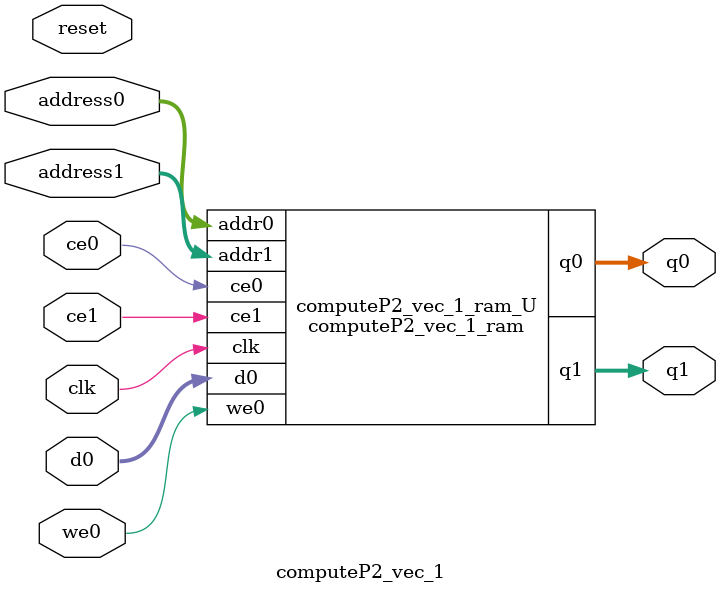
<source format=v>
`timescale 1 ns / 1 ps
module computeP2_vec_1_ram (addr0, ce0, d0, we0, q0, addr1, ce1, q1,  clk);

parameter DWIDTH = 6;
parameter AWIDTH = 6;
parameter MEM_SIZE = 60;

input[AWIDTH-1:0] addr0;
input ce0;
input[DWIDTH-1:0] d0;
input we0;
output reg[DWIDTH-1:0] q0;
input[AWIDTH-1:0] addr1;
input ce1;
output reg[DWIDTH-1:0] q1;
input clk;

reg [DWIDTH-1:0] ram[0:MEM_SIZE-1];




always @(posedge clk)  
begin 
    if (ce0) begin
        if (we0) 
            ram[addr0] <= d0; 
        q0 <= ram[addr0];
    end
end


always @(posedge clk)  
begin 
    if (ce1) begin
        q1 <= ram[addr1];
    end
end


endmodule

`timescale 1 ns / 1 ps
module computeP2_vec_1(
    reset,
    clk,
    address0,
    ce0,
    we0,
    d0,
    q0,
    address1,
    ce1,
    q1);

parameter DataWidth = 32'd6;
parameter AddressRange = 32'd60;
parameter AddressWidth = 32'd6;
input reset;
input clk;
input[AddressWidth - 1:0] address0;
input ce0;
input we0;
input[DataWidth - 1:0] d0;
output[DataWidth - 1:0] q0;
input[AddressWidth - 1:0] address1;
input ce1;
output[DataWidth - 1:0] q1;



computeP2_vec_1_ram computeP2_vec_1_ram_U(
    .clk( clk ),
    .addr0( address0 ),
    .ce0( ce0 ),
    .we0( we0 ),
    .d0( d0 ),
    .q0( q0 ),
    .addr1( address1 ),
    .ce1( ce1 ),
    .q1( q1 ));

endmodule


</source>
